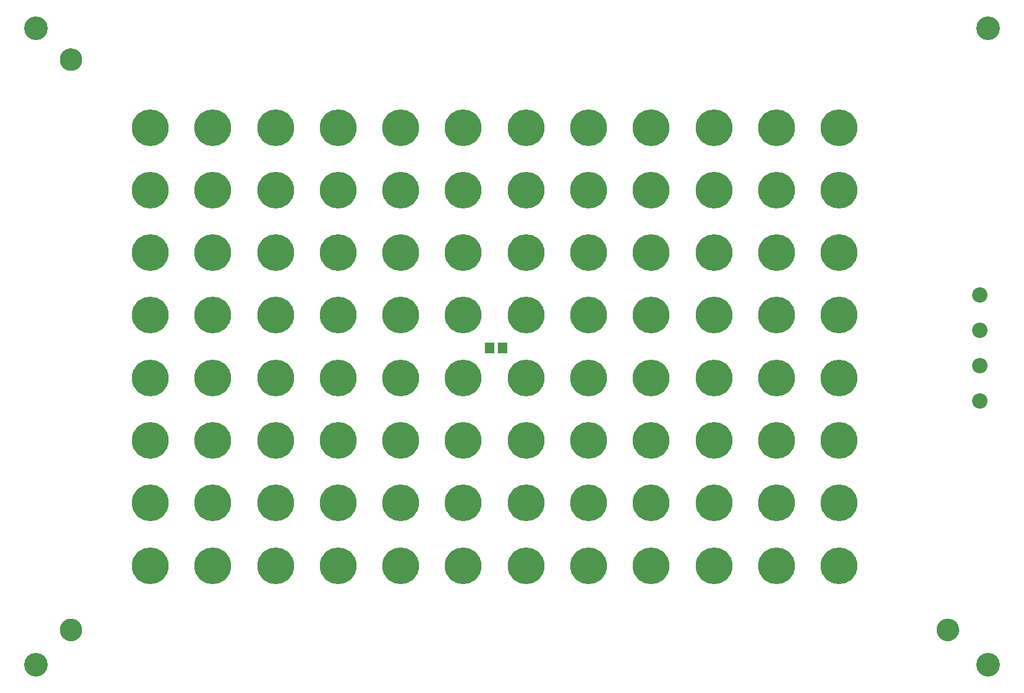
<source format=gbs>
G75*
%MOIN*%
%OFA0B0*%
%FSLAX25Y25*%
%IPPOS*%
%LPD*%
%AMOC8*
5,1,8,0,0,1.08239X$1,22.5*
%
%ADD10C,0.20800*%
%ADD11C,0.13398*%
%ADD12C,0.08600*%
%ADD13C,0.04800*%
%ADD14R,0.05450X0.06225*%
%ADD15C,0.08674*%
D10*
X0130197Y0112661D03*
X0165630Y0112661D03*
X0201063Y0112661D03*
X0236496Y0112661D03*
X0271929Y0112661D03*
X0307362Y0112661D03*
X0342795Y0112661D03*
X0378228Y0112661D03*
X0413661Y0112661D03*
X0449094Y0112661D03*
X0484528Y0112661D03*
X0519961Y0112661D03*
X0519961Y0148094D03*
X0484528Y0148094D03*
X0449094Y0148094D03*
X0413661Y0148094D03*
X0378228Y0148094D03*
X0342795Y0148094D03*
X0307362Y0148094D03*
X0271929Y0148094D03*
X0236496Y0148094D03*
X0201063Y0148094D03*
X0165630Y0148094D03*
X0130197Y0148094D03*
X0130197Y0183528D03*
X0165630Y0183528D03*
X0201063Y0183528D03*
X0236496Y0183528D03*
X0271929Y0183528D03*
X0307362Y0183528D03*
X0342795Y0183528D03*
X0378228Y0183528D03*
X0413661Y0183528D03*
X0449094Y0183528D03*
X0484528Y0183528D03*
X0519961Y0183528D03*
X0519961Y0218961D03*
X0484528Y0218961D03*
X0449094Y0218961D03*
X0413661Y0218961D03*
X0378228Y0218961D03*
X0342795Y0218961D03*
X0307362Y0218961D03*
X0271929Y0218961D03*
X0236496Y0218961D03*
X0201063Y0218961D03*
X0165630Y0218961D03*
X0130197Y0218961D03*
X0130197Y0254394D03*
X0165630Y0254394D03*
X0201063Y0254394D03*
X0236496Y0254394D03*
X0271929Y0254394D03*
X0307362Y0254394D03*
X0342795Y0254394D03*
X0378228Y0254394D03*
X0413661Y0254394D03*
X0449094Y0254394D03*
X0484528Y0254394D03*
X0519961Y0254394D03*
X0519961Y0289827D03*
X0484528Y0289827D03*
X0449094Y0289827D03*
X0413661Y0289827D03*
X0378228Y0289827D03*
X0342795Y0289827D03*
X0307362Y0289827D03*
X0271929Y0289827D03*
X0236496Y0289827D03*
X0201063Y0289827D03*
X0165630Y0289827D03*
X0130197Y0289827D03*
X0130197Y0325260D03*
X0165630Y0325260D03*
X0201063Y0325260D03*
X0236496Y0325260D03*
X0271929Y0325260D03*
X0307362Y0325260D03*
X0342795Y0325260D03*
X0378228Y0325260D03*
X0413661Y0325260D03*
X0449094Y0325260D03*
X0484528Y0325260D03*
X0519961Y0325260D03*
X0519961Y0360693D03*
X0484528Y0360693D03*
X0449094Y0360693D03*
X0413661Y0360693D03*
X0378228Y0360693D03*
X0342795Y0360693D03*
X0307362Y0360693D03*
X0271929Y0360693D03*
X0236496Y0360693D03*
X0201063Y0360693D03*
X0165630Y0360693D03*
X0130197Y0360693D03*
D11*
X0065709Y0056598D03*
X0065709Y0416756D03*
X0604134Y0416756D03*
X0604134Y0056598D03*
D12*
X0579488Y0076283D02*
X0579490Y0076371D01*
X0579496Y0076459D01*
X0579506Y0076547D01*
X0579520Y0076635D01*
X0579537Y0076721D01*
X0579559Y0076807D01*
X0579584Y0076891D01*
X0579614Y0076975D01*
X0579646Y0077057D01*
X0579683Y0077137D01*
X0579723Y0077216D01*
X0579767Y0077293D01*
X0579814Y0077368D01*
X0579864Y0077440D01*
X0579918Y0077511D01*
X0579974Y0077578D01*
X0580034Y0077644D01*
X0580096Y0077706D01*
X0580162Y0077766D01*
X0580229Y0077822D01*
X0580300Y0077876D01*
X0580372Y0077926D01*
X0580447Y0077973D01*
X0580524Y0078017D01*
X0580603Y0078057D01*
X0580683Y0078094D01*
X0580765Y0078126D01*
X0580849Y0078156D01*
X0580933Y0078181D01*
X0581019Y0078203D01*
X0581105Y0078220D01*
X0581193Y0078234D01*
X0581281Y0078244D01*
X0581369Y0078250D01*
X0581457Y0078252D01*
X0581545Y0078250D01*
X0581633Y0078244D01*
X0581721Y0078234D01*
X0581809Y0078220D01*
X0581895Y0078203D01*
X0581981Y0078181D01*
X0582065Y0078156D01*
X0582149Y0078126D01*
X0582231Y0078094D01*
X0582311Y0078057D01*
X0582390Y0078017D01*
X0582467Y0077973D01*
X0582542Y0077926D01*
X0582614Y0077876D01*
X0582685Y0077822D01*
X0582752Y0077766D01*
X0582818Y0077706D01*
X0582880Y0077644D01*
X0582940Y0077578D01*
X0582996Y0077511D01*
X0583050Y0077440D01*
X0583100Y0077368D01*
X0583147Y0077293D01*
X0583191Y0077216D01*
X0583231Y0077137D01*
X0583268Y0077057D01*
X0583300Y0076975D01*
X0583330Y0076891D01*
X0583355Y0076807D01*
X0583377Y0076721D01*
X0583394Y0076635D01*
X0583408Y0076547D01*
X0583418Y0076459D01*
X0583424Y0076371D01*
X0583426Y0076283D01*
X0583424Y0076195D01*
X0583418Y0076107D01*
X0583408Y0076019D01*
X0583394Y0075931D01*
X0583377Y0075845D01*
X0583355Y0075759D01*
X0583330Y0075675D01*
X0583300Y0075591D01*
X0583268Y0075509D01*
X0583231Y0075429D01*
X0583191Y0075350D01*
X0583147Y0075273D01*
X0583100Y0075198D01*
X0583050Y0075126D01*
X0582996Y0075055D01*
X0582940Y0074988D01*
X0582880Y0074922D01*
X0582818Y0074860D01*
X0582752Y0074800D01*
X0582685Y0074744D01*
X0582614Y0074690D01*
X0582542Y0074640D01*
X0582467Y0074593D01*
X0582390Y0074549D01*
X0582311Y0074509D01*
X0582231Y0074472D01*
X0582149Y0074440D01*
X0582065Y0074410D01*
X0581981Y0074385D01*
X0581895Y0074363D01*
X0581809Y0074346D01*
X0581721Y0074332D01*
X0581633Y0074322D01*
X0581545Y0074316D01*
X0581457Y0074314D01*
X0581369Y0074316D01*
X0581281Y0074322D01*
X0581193Y0074332D01*
X0581105Y0074346D01*
X0581019Y0074363D01*
X0580933Y0074385D01*
X0580849Y0074410D01*
X0580765Y0074440D01*
X0580683Y0074472D01*
X0580603Y0074509D01*
X0580524Y0074549D01*
X0580447Y0074593D01*
X0580372Y0074640D01*
X0580300Y0074690D01*
X0580229Y0074744D01*
X0580162Y0074800D01*
X0580096Y0074860D01*
X0580034Y0074922D01*
X0579974Y0074988D01*
X0579918Y0075055D01*
X0579864Y0075126D01*
X0579814Y0075198D01*
X0579767Y0075273D01*
X0579723Y0075350D01*
X0579683Y0075429D01*
X0579646Y0075509D01*
X0579614Y0075591D01*
X0579584Y0075675D01*
X0579559Y0075759D01*
X0579537Y0075845D01*
X0579520Y0075931D01*
X0579506Y0076019D01*
X0579496Y0076107D01*
X0579490Y0076195D01*
X0579488Y0076283D01*
X0083425Y0076283D02*
X0083427Y0076371D01*
X0083433Y0076459D01*
X0083443Y0076547D01*
X0083457Y0076635D01*
X0083474Y0076721D01*
X0083496Y0076807D01*
X0083521Y0076891D01*
X0083551Y0076975D01*
X0083583Y0077057D01*
X0083620Y0077137D01*
X0083660Y0077216D01*
X0083704Y0077293D01*
X0083751Y0077368D01*
X0083801Y0077440D01*
X0083855Y0077511D01*
X0083911Y0077578D01*
X0083971Y0077644D01*
X0084033Y0077706D01*
X0084099Y0077766D01*
X0084166Y0077822D01*
X0084237Y0077876D01*
X0084309Y0077926D01*
X0084384Y0077973D01*
X0084461Y0078017D01*
X0084540Y0078057D01*
X0084620Y0078094D01*
X0084702Y0078126D01*
X0084786Y0078156D01*
X0084870Y0078181D01*
X0084956Y0078203D01*
X0085042Y0078220D01*
X0085130Y0078234D01*
X0085218Y0078244D01*
X0085306Y0078250D01*
X0085394Y0078252D01*
X0085482Y0078250D01*
X0085570Y0078244D01*
X0085658Y0078234D01*
X0085746Y0078220D01*
X0085832Y0078203D01*
X0085918Y0078181D01*
X0086002Y0078156D01*
X0086086Y0078126D01*
X0086168Y0078094D01*
X0086248Y0078057D01*
X0086327Y0078017D01*
X0086404Y0077973D01*
X0086479Y0077926D01*
X0086551Y0077876D01*
X0086622Y0077822D01*
X0086689Y0077766D01*
X0086755Y0077706D01*
X0086817Y0077644D01*
X0086877Y0077578D01*
X0086933Y0077511D01*
X0086987Y0077440D01*
X0087037Y0077368D01*
X0087084Y0077293D01*
X0087128Y0077216D01*
X0087168Y0077137D01*
X0087205Y0077057D01*
X0087237Y0076975D01*
X0087267Y0076891D01*
X0087292Y0076807D01*
X0087314Y0076721D01*
X0087331Y0076635D01*
X0087345Y0076547D01*
X0087355Y0076459D01*
X0087361Y0076371D01*
X0087363Y0076283D01*
X0087361Y0076195D01*
X0087355Y0076107D01*
X0087345Y0076019D01*
X0087331Y0075931D01*
X0087314Y0075845D01*
X0087292Y0075759D01*
X0087267Y0075675D01*
X0087237Y0075591D01*
X0087205Y0075509D01*
X0087168Y0075429D01*
X0087128Y0075350D01*
X0087084Y0075273D01*
X0087037Y0075198D01*
X0086987Y0075126D01*
X0086933Y0075055D01*
X0086877Y0074988D01*
X0086817Y0074922D01*
X0086755Y0074860D01*
X0086689Y0074800D01*
X0086622Y0074744D01*
X0086551Y0074690D01*
X0086479Y0074640D01*
X0086404Y0074593D01*
X0086327Y0074549D01*
X0086248Y0074509D01*
X0086168Y0074472D01*
X0086086Y0074440D01*
X0086002Y0074410D01*
X0085918Y0074385D01*
X0085832Y0074363D01*
X0085746Y0074346D01*
X0085658Y0074332D01*
X0085570Y0074322D01*
X0085482Y0074316D01*
X0085394Y0074314D01*
X0085306Y0074316D01*
X0085218Y0074322D01*
X0085130Y0074332D01*
X0085042Y0074346D01*
X0084956Y0074363D01*
X0084870Y0074385D01*
X0084786Y0074410D01*
X0084702Y0074440D01*
X0084620Y0074472D01*
X0084540Y0074509D01*
X0084461Y0074549D01*
X0084384Y0074593D01*
X0084309Y0074640D01*
X0084237Y0074690D01*
X0084166Y0074744D01*
X0084099Y0074800D01*
X0084033Y0074860D01*
X0083971Y0074922D01*
X0083911Y0074988D01*
X0083855Y0075055D01*
X0083801Y0075126D01*
X0083751Y0075198D01*
X0083704Y0075273D01*
X0083660Y0075350D01*
X0083620Y0075429D01*
X0083583Y0075509D01*
X0083551Y0075591D01*
X0083521Y0075675D01*
X0083496Y0075759D01*
X0083474Y0075845D01*
X0083457Y0075931D01*
X0083443Y0076019D01*
X0083433Y0076107D01*
X0083427Y0076195D01*
X0083425Y0076283D01*
X0083425Y0399118D02*
X0083427Y0399206D01*
X0083433Y0399294D01*
X0083443Y0399382D01*
X0083457Y0399470D01*
X0083474Y0399556D01*
X0083496Y0399642D01*
X0083521Y0399726D01*
X0083551Y0399810D01*
X0083583Y0399892D01*
X0083620Y0399972D01*
X0083660Y0400051D01*
X0083704Y0400128D01*
X0083751Y0400203D01*
X0083801Y0400275D01*
X0083855Y0400346D01*
X0083911Y0400413D01*
X0083971Y0400479D01*
X0084033Y0400541D01*
X0084099Y0400601D01*
X0084166Y0400657D01*
X0084237Y0400711D01*
X0084309Y0400761D01*
X0084384Y0400808D01*
X0084461Y0400852D01*
X0084540Y0400892D01*
X0084620Y0400929D01*
X0084702Y0400961D01*
X0084786Y0400991D01*
X0084870Y0401016D01*
X0084956Y0401038D01*
X0085042Y0401055D01*
X0085130Y0401069D01*
X0085218Y0401079D01*
X0085306Y0401085D01*
X0085394Y0401087D01*
X0085482Y0401085D01*
X0085570Y0401079D01*
X0085658Y0401069D01*
X0085746Y0401055D01*
X0085832Y0401038D01*
X0085918Y0401016D01*
X0086002Y0400991D01*
X0086086Y0400961D01*
X0086168Y0400929D01*
X0086248Y0400892D01*
X0086327Y0400852D01*
X0086404Y0400808D01*
X0086479Y0400761D01*
X0086551Y0400711D01*
X0086622Y0400657D01*
X0086689Y0400601D01*
X0086755Y0400541D01*
X0086817Y0400479D01*
X0086877Y0400413D01*
X0086933Y0400346D01*
X0086987Y0400275D01*
X0087037Y0400203D01*
X0087084Y0400128D01*
X0087128Y0400051D01*
X0087168Y0399972D01*
X0087205Y0399892D01*
X0087237Y0399810D01*
X0087267Y0399726D01*
X0087292Y0399642D01*
X0087314Y0399556D01*
X0087331Y0399470D01*
X0087345Y0399382D01*
X0087355Y0399294D01*
X0087361Y0399206D01*
X0087363Y0399118D01*
X0087361Y0399030D01*
X0087355Y0398942D01*
X0087345Y0398854D01*
X0087331Y0398766D01*
X0087314Y0398680D01*
X0087292Y0398594D01*
X0087267Y0398510D01*
X0087237Y0398426D01*
X0087205Y0398344D01*
X0087168Y0398264D01*
X0087128Y0398185D01*
X0087084Y0398108D01*
X0087037Y0398033D01*
X0086987Y0397961D01*
X0086933Y0397890D01*
X0086877Y0397823D01*
X0086817Y0397757D01*
X0086755Y0397695D01*
X0086689Y0397635D01*
X0086622Y0397579D01*
X0086551Y0397525D01*
X0086479Y0397475D01*
X0086404Y0397428D01*
X0086327Y0397384D01*
X0086248Y0397344D01*
X0086168Y0397307D01*
X0086086Y0397275D01*
X0086002Y0397245D01*
X0085918Y0397220D01*
X0085832Y0397198D01*
X0085746Y0397181D01*
X0085658Y0397167D01*
X0085570Y0397157D01*
X0085482Y0397151D01*
X0085394Y0397149D01*
X0085306Y0397151D01*
X0085218Y0397157D01*
X0085130Y0397167D01*
X0085042Y0397181D01*
X0084956Y0397198D01*
X0084870Y0397220D01*
X0084786Y0397245D01*
X0084702Y0397275D01*
X0084620Y0397307D01*
X0084540Y0397344D01*
X0084461Y0397384D01*
X0084384Y0397428D01*
X0084309Y0397475D01*
X0084237Y0397525D01*
X0084166Y0397579D01*
X0084099Y0397635D01*
X0084033Y0397695D01*
X0083971Y0397757D01*
X0083911Y0397823D01*
X0083855Y0397890D01*
X0083801Y0397961D01*
X0083751Y0398033D01*
X0083704Y0398108D01*
X0083660Y0398185D01*
X0083620Y0398264D01*
X0083583Y0398344D01*
X0083551Y0398426D01*
X0083521Y0398510D01*
X0083496Y0398594D01*
X0083474Y0398680D01*
X0083457Y0398766D01*
X0083443Y0398854D01*
X0083433Y0398942D01*
X0083427Y0399030D01*
X0083425Y0399118D01*
D13*
X0085394Y0399118D03*
X0085394Y0076283D03*
X0581457Y0076283D03*
D14*
X0329426Y0235909D03*
X0322339Y0235909D03*
D15*
X0599469Y0245826D03*
X0599469Y0225826D03*
X0599469Y0205826D03*
X0599469Y0265826D03*
M02*

</source>
